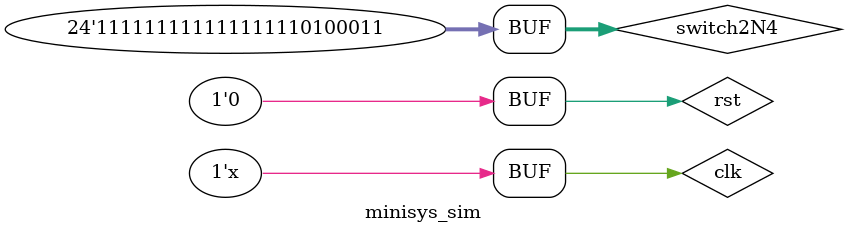
<source format=v>
`timescale 1ns / 1ps


module minisys_sim(
    );
    // input
    reg clk = 0;
    reg rst = 1;
    //reg switch2N4=8'b10101100;
    reg [23:0] switch2N4=24'hffffa3;
    //output
    wire[23:0] led2N4;
    //reset and clock is opposite
    minisys u (.rst(rst),.clk(clk),.led2N4(led2N4),.switch2N4(switch2N4));
    initial begin
        #7000 rst = 0;
    end
    always #10 clk=~clk;
        
endmodule

</source>
